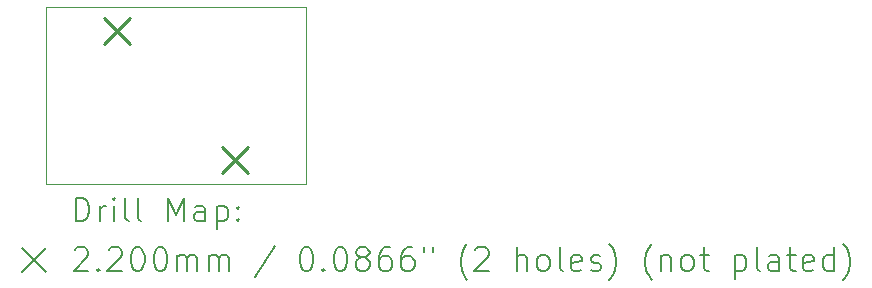
<source format=gbr>
%TF.GenerationSoftware,KiCad,Pcbnew,(6.0.9)*%
%TF.CreationDate,2024-12-23T09:20:38+09:00*%
%TF.ProjectId,Nuvistor,4e757669-7374-46f7-922e-6b696361645f,rev?*%
%TF.SameCoordinates,Original*%
%TF.FileFunction,Drillmap*%
%TF.FilePolarity,Positive*%
%FSLAX45Y45*%
G04 Gerber Fmt 4.5, Leading zero omitted, Abs format (unit mm)*
G04 Created by KiCad (PCBNEW (6.0.9)) date 2024-12-23 09:20:38*
%MOMM*%
%LPD*%
G01*
G04 APERTURE LIST*
%ADD10C,0.100000*%
%ADD11C,0.200000*%
%ADD12C,0.220000*%
G04 APERTURE END LIST*
D10*
X2329000Y-2292450D02*
X4529000Y-2292450D01*
X2329000Y-3792450D02*
X2329000Y-2292450D01*
X4529000Y-2292450D02*
X4529000Y-3792450D01*
X4529000Y-3792450D02*
X2329000Y-3792450D01*
D11*
D12*
X2819000Y-2382450D02*
X3039000Y-2602450D01*
X3039000Y-2382450D02*
X2819000Y-2602450D01*
X3819000Y-3482450D02*
X4039000Y-3702450D01*
X4039000Y-3482450D02*
X3819000Y-3702450D01*
D11*
X2581619Y-4107926D02*
X2581619Y-3907926D01*
X2629238Y-3907926D01*
X2657810Y-3917450D01*
X2676857Y-3936498D01*
X2686381Y-3955545D01*
X2695905Y-3993640D01*
X2695905Y-4022212D01*
X2686381Y-4060307D01*
X2676857Y-4079355D01*
X2657810Y-4098402D01*
X2629238Y-4107926D01*
X2581619Y-4107926D01*
X2781619Y-4107926D02*
X2781619Y-3974593D01*
X2781619Y-4012688D02*
X2791143Y-3993640D01*
X2800667Y-3984117D01*
X2819714Y-3974593D01*
X2838762Y-3974593D01*
X2905428Y-4107926D02*
X2905428Y-3974593D01*
X2905428Y-3907926D02*
X2895905Y-3917450D01*
X2905428Y-3926974D01*
X2914952Y-3917450D01*
X2905428Y-3907926D01*
X2905428Y-3926974D01*
X3029238Y-4107926D02*
X3010190Y-4098402D01*
X3000667Y-4079355D01*
X3000667Y-3907926D01*
X3134000Y-4107926D02*
X3114952Y-4098402D01*
X3105428Y-4079355D01*
X3105428Y-3907926D01*
X3362571Y-4107926D02*
X3362571Y-3907926D01*
X3429238Y-4050783D01*
X3495905Y-3907926D01*
X3495905Y-4107926D01*
X3676857Y-4107926D02*
X3676857Y-4003164D01*
X3667333Y-3984117D01*
X3648286Y-3974593D01*
X3610190Y-3974593D01*
X3591143Y-3984117D01*
X3676857Y-4098402D02*
X3657809Y-4107926D01*
X3610190Y-4107926D01*
X3591143Y-4098402D01*
X3581619Y-4079355D01*
X3581619Y-4060307D01*
X3591143Y-4041259D01*
X3610190Y-4031736D01*
X3657809Y-4031736D01*
X3676857Y-4022212D01*
X3772095Y-3974593D02*
X3772095Y-4174593D01*
X3772095Y-3984117D02*
X3791143Y-3974593D01*
X3829238Y-3974593D01*
X3848286Y-3984117D01*
X3857809Y-3993640D01*
X3867333Y-4012688D01*
X3867333Y-4069831D01*
X3857809Y-4088878D01*
X3848286Y-4098402D01*
X3829238Y-4107926D01*
X3791143Y-4107926D01*
X3772095Y-4098402D01*
X3953048Y-4088878D02*
X3962571Y-4098402D01*
X3953048Y-4107926D01*
X3943524Y-4098402D01*
X3953048Y-4088878D01*
X3953048Y-4107926D01*
X3953048Y-3984117D02*
X3962571Y-3993640D01*
X3953048Y-4003164D01*
X3943524Y-3993640D01*
X3953048Y-3984117D01*
X3953048Y-4003164D01*
X2124000Y-4337450D02*
X2324000Y-4537450D01*
X2324000Y-4337450D02*
X2124000Y-4537450D01*
X2572095Y-4346974D02*
X2581619Y-4337450D01*
X2600667Y-4327926D01*
X2648286Y-4327926D01*
X2667333Y-4337450D01*
X2676857Y-4346974D01*
X2686381Y-4366021D01*
X2686381Y-4385069D01*
X2676857Y-4413640D01*
X2562571Y-4527926D01*
X2686381Y-4527926D01*
X2772095Y-4508879D02*
X2781619Y-4518402D01*
X2772095Y-4527926D01*
X2762571Y-4518402D01*
X2772095Y-4508879D01*
X2772095Y-4527926D01*
X2857809Y-4346974D02*
X2867333Y-4337450D01*
X2886381Y-4327926D01*
X2934000Y-4327926D01*
X2953048Y-4337450D01*
X2962571Y-4346974D01*
X2972095Y-4366021D01*
X2972095Y-4385069D01*
X2962571Y-4413640D01*
X2848286Y-4527926D01*
X2972095Y-4527926D01*
X3095905Y-4327926D02*
X3114952Y-4327926D01*
X3134000Y-4337450D01*
X3143524Y-4346974D01*
X3153048Y-4366021D01*
X3162571Y-4404117D01*
X3162571Y-4451736D01*
X3153048Y-4489831D01*
X3143524Y-4508879D01*
X3134000Y-4518402D01*
X3114952Y-4527926D01*
X3095905Y-4527926D01*
X3076857Y-4518402D01*
X3067333Y-4508879D01*
X3057809Y-4489831D01*
X3048286Y-4451736D01*
X3048286Y-4404117D01*
X3057809Y-4366021D01*
X3067333Y-4346974D01*
X3076857Y-4337450D01*
X3095905Y-4327926D01*
X3286381Y-4327926D02*
X3305428Y-4327926D01*
X3324476Y-4337450D01*
X3334000Y-4346974D01*
X3343524Y-4366021D01*
X3353048Y-4404117D01*
X3353048Y-4451736D01*
X3343524Y-4489831D01*
X3334000Y-4508879D01*
X3324476Y-4518402D01*
X3305428Y-4527926D01*
X3286381Y-4527926D01*
X3267333Y-4518402D01*
X3257809Y-4508879D01*
X3248286Y-4489831D01*
X3238762Y-4451736D01*
X3238762Y-4404117D01*
X3248286Y-4366021D01*
X3257809Y-4346974D01*
X3267333Y-4337450D01*
X3286381Y-4327926D01*
X3438762Y-4527926D02*
X3438762Y-4394593D01*
X3438762Y-4413640D02*
X3448286Y-4404117D01*
X3467333Y-4394593D01*
X3495905Y-4394593D01*
X3514952Y-4404117D01*
X3524476Y-4423164D01*
X3524476Y-4527926D01*
X3524476Y-4423164D02*
X3534000Y-4404117D01*
X3553048Y-4394593D01*
X3581619Y-4394593D01*
X3600667Y-4404117D01*
X3610190Y-4423164D01*
X3610190Y-4527926D01*
X3705428Y-4527926D02*
X3705428Y-4394593D01*
X3705428Y-4413640D02*
X3714952Y-4404117D01*
X3734000Y-4394593D01*
X3762571Y-4394593D01*
X3781619Y-4404117D01*
X3791143Y-4423164D01*
X3791143Y-4527926D01*
X3791143Y-4423164D02*
X3800667Y-4404117D01*
X3819714Y-4394593D01*
X3848286Y-4394593D01*
X3867333Y-4404117D01*
X3876857Y-4423164D01*
X3876857Y-4527926D01*
X4267333Y-4318402D02*
X4095905Y-4575545D01*
X4524476Y-4327926D02*
X4543524Y-4327926D01*
X4562571Y-4337450D01*
X4572095Y-4346974D01*
X4581619Y-4366021D01*
X4591143Y-4404117D01*
X4591143Y-4451736D01*
X4581619Y-4489831D01*
X4572095Y-4508879D01*
X4562571Y-4518402D01*
X4543524Y-4527926D01*
X4524476Y-4527926D01*
X4505429Y-4518402D01*
X4495905Y-4508879D01*
X4486381Y-4489831D01*
X4476857Y-4451736D01*
X4476857Y-4404117D01*
X4486381Y-4366021D01*
X4495905Y-4346974D01*
X4505429Y-4337450D01*
X4524476Y-4327926D01*
X4676857Y-4508879D02*
X4686381Y-4518402D01*
X4676857Y-4527926D01*
X4667333Y-4518402D01*
X4676857Y-4508879D01*
X4676857Y-4527926D01*
X4810190Y-4327926D02*
X4829238Y-4327926D01*
X4848286Y-4337450D01*
X4857810Y-4346974D01*
X4867333Y-4366021D01*
X4876857Y-4404117D01*
X4876857Y-4451736D01*
X4867333Y-4489831D01*
X4857810Y-4508879D01*
X4848286Y-4518402D01*
X4829238Y-4527926D01*
X4810190Y-4527926D01*
X4791143Y-4518402D01*
X4781619Y-4508879D01*
X4772095Y-4489831D01*
X4762571Y-4451736D01*
X4762571Y-4404117D01*
X4772095Y-4366021D01*
X4781619Y-4346974D01*
X4791143Y-4337450D01*
X4810190Y-4327926D01*
X4991143Y-4413640D02*
X4972095Y-4404117D01*
X4962571Y-4394593D01*
X4953048Y-4375545D01*
X4953048Y-4366021D01*
X4962571Y-4346974D01*
X4972095Y-4337450D01*
X4991143Y-4327926D01*
X5029238Y-4327926D01*
X5048286Y-4337450D01*
X5057810Y-4346974D01*
X5067333Y-4366021D01*
X5067333Y-4375545D01*
X5057810Y-4394593D01*
X5048286Y-4404117D01*
X5029238Y-4413640D01*
X4991143Y-4413640D01*
X4972095Y-4423164D01*
X4962571Y-4432688D01*
X4953048Y-4451736D01*
X4953048Y-4489831D01*
X4962571Y-4508879D01*
X4972095Y-4518402D01*
X4991143Y-4527926D01*
X5029238Y-4527926D01*
X5048286Y-4518402D01*
X5057810Y-4508879D01*
X5067333Y-4489831D01*
X5067333Y-4451736D01*
X5057810Y-4432688D01*
X5048286Y-4423164D01*
X5029238Y-4413640D01*
X5238762Y-4327926D02*
X5200667Y-4327926D01*
X5181619Y-4337450D01*
X5172095Y-4346974D01*
X5153048Y-4375545D01*
X5143524Y-4413640D01*
X5143524Y-4489831D01*
X5153048Y-4508879D01*
X5162571Y-4518402D01*
X5181619Y-4527926D01*
X5219714Y-4527926D01*
X5238762Y-4518402D01*
X5248286Y-4508879D01*
X5257810Y-4489831D01*
X5257810Y-4442212D01*
X5248286Y-4423164D01*
X5238762Y-4413640D01*
X5219714Y-4404117D01*
X5181619Y-4404117D01*
X5162571Y-4413640D01*
X5153048Y-4423164D01*
X5143524Y-4442212D01*
X5429238Y-4327926D02*
X5391143Y-4327926D01*
X5372095Y-4337450D01*
X5362571Y-4346974D01*
X5343524Y-4375545D01*
X5334000Y-4413640D01*
X5334000Y-4489831D01*
X5343524Y-4508879D01*
X5353048Y-4518402D01*
X5372095Y-4527926D01*
X5410190Y-4527926D01*
X5429238Y-4518402D01*
X5438762Y-4508879D01*
X5448286Y-4489831D01*
X5448286Y-4442212D01*
X5438762Y-4423164D01*
X5429238Y-4413640D01*
X5410190Y-4404117D01*
X5372095Y-4404117D01*
X5353048Y-4413640D01*
X5343524Y-4423164D01*
X5334000Y-4442212D01*
X5524476Y-4327926D02*
X5524476Y-4366021D01*
X5600667Y-4327926D02*
X5600667Y-4366021D01*
X5895905Y-4604117D02*
X5886381Y-4594593D01*
X5867333Y-4566021D01*
X5857809Y-4546974D01*
X5848286Y-4518402D01*
X5838762Y-4470783D01*
X5838762Y-4432688D01*
X5848286Y-4385069D01*
X5857809Y-4356498D01*
X5867333Y-4337450D01*
X5886381Y-4308879D01*
X5895905Y-4299355D01*
X5962571Y-4346974D02*
X5972095Y-4337450D01*
X5991143Y-4327926D01*
X6038762Y-4327926D01*
X6057809Y-4337450D01*
X6067333Y-4346974D01*
X6076857Y-4366021D01*
X6076857Y-4385069D01*
X6067333Y-4413640D01*
X5953048Y-4527926D01*
X6076857Y-4527926D01*
X6314952Y-4527926D02*
X6314952Y-4327926D01*
X6400667Y-4527926D02*
X6400667Y-4423164D01*
X6391143Y-4404117D01*
X6372095Y-4394593D01*
X6343524Y-4394593D01*
X6324476Y-4404117D01*
X6314952Y-4413640D01*
X6524476Y-4527926D02*
X6505428Y-4518402D01*
X6495905Y-4508879D01*
X6486381Y-4489831D01*
X6486381Y-4432688D01*
X6495905Y-4413640D01*
X6505428Y-4404117D01*
X6524476Y-4394593D01*
X6553048Y-4394593D01*
X6572095Y-4404117D01*
X6581619Y-4413640D01*
X6591143Y-4432688D01*
X6591143Y-4489831D01*
X6581619Y-4508879D01*
X6572095Y-4518402D01*
X6553048Y-4527926D01*
X6524476Y-4527926D01*
X6705428Y-4527926D02*
X6686381Y-4518402D01*
X6676857Y-4499355D01*
X6676857Y-4327926D01*
X6857809Y-4518402D02*
X6838762Y-4527926D01*
X6800667Y-4527926D01*
X6781619Y-4518402D01*
X6772095Y-4499355D01*
X6772095Y-4423164D01*
X6781619Y-4404117D01*
X6800667Y-4394593D01*
X6838762Y-4394593D01*
X6857809Y-4404117D01*
X6867333Y-4423164D01*
X6867333Y-4442212D01*
X6772095Y-4461260D01*
X6943524Y-4518402D02*
X6962571Y-4527926D01*
X7000667Y-4527926D01*
X7019714Y-4518402D01*
X7029238Y-4499355D01*
X7029238Y-4489831D01*
X7019714Y-4470783D01*
X7000667Y-4461260D01*
X6972095Y-4461260D01*
X6953048Y-4451736D01*
X6943524Y-4432688D01*
X6943524Y-4423164D01*
X6953048Y-4404117D01*
X6972095Y-4394593D01*
X7000667Y-4394593D01*
X7019714Y-4404117D01*
X7095905Y-4604117D02*
X7105428Y-4594593D01*
X7124476Y-4566021D01*
X7134000Y-4546974D01*
X7143524Y-4518402D01*
X7153048Y-4470783D01*
X7153048Y-4432688D01*
X7143524Y-4385069D01*
X7134000Y-4356498D01*
X7124476Y-4337450D01*
X7105428Y-4308879D01*
X7095905Y-4299355D01*
X7457809Y-4604117D02*
X7448286Y-4594593D01*
X7429238Y-4566021D01*
X7419714Y-4546974D01*
X7410190Y-4518402D01*
X7400667Y-4470783D01*
X7400667Y-4432688D01*
X7410190Y-4385069D01*
X7419714Y-4356498D01*
X7429238Y-4337450D01*
X7448286Y-4308879D01*
X7457809Y-4299355D01*
X7534000Y-4394593D02*
X7534000Y-4527926D01*
X7534000Y-4413640D02*
X7543524Y-4404117D01*
X7562571Y-4394593D01*
X7591143Y-4394593D01*
X7610190Y-4404117D01*
X7619714Y-4423164D01*
X7619714Y-4527926D01*
X7743524Y-4527926D02*
X7724476Y-4518402D01*
X7714952Y-4508879D01*
X7705428Y-4489831D01*
X7705428Y-4432688D01*
X7714952Y-4413640D01*
X7724476Y-4404117D01*
X7743524Y-4394593D01*
X7772095Y-4394593D01*
X7791143Y-4404117D01*
X7800667Y-4413640D01*
X7810190Y-4432688D01*
X7810190Y-4489831D01*
X7800667Y-4508879D01*
X7791143Y-4518402D01*
X7772095Y-4527926D01*
X7743524Y-4527926D01*
X7867333Y-4394593D02*
X7943524Y-4394593D01*
X7895905Y-4327926D02*
X7895905Y-4499355D01*
X7905428Y-4518402D01*
X7924476Y-4527926D01*
X7943524Y-4527926D01*
X8162571Y-4394593D02*
X8162571Y-4594593D01*
X8162571Y-4404117D02*
X8181619Y-4394593D01*
X8219714Y-4394593D01*
X8238762Y-4404117D01*
X8248286Y-4413640D01*
X8257809Y-4432688D01*
X8257809Y-4489831D01*
X8248286Y-4508879D01*
X8238762Y-4518402D01*
X8219714Y-4527926D01*
X8181619Y-4527926D01*
X8162571Y-4518402D01*
X8372095Y-4527926D02*
X8353048Y-4518402D01*
X8343524Y-4499355D01*
X8343524Y-4327926D01*
X8534000Y-4527926D02*
X8534000Y-4423164D01*
X8524476Y-4404117D01*
X8505429Y-4394593D01*
X8467333Y-4394593D01*
X8448286Y-4404117D01*
X8534000Y-4518402D02*
X8514952Y-4527926D01*
X8467333Y-4527926D01*
X8448286Y-4518402D01*
X8438762Y-4499355D01*
X8438762Y-4480307D01*
X8448286Y-4461260D01*
X8467333Y-4451736D01*
X8514952Y-4451736D01*
X8534000Y-4442212D01*
X8600667Y-4394593D02*
X8676857Y-4394593D01*
X8629238Y-4327926D02*
X8629238Y-4499355D01*
X8638762Y-4518402D01*
X8657810Y-4527926D01*
X8676857Y-4527926D01*
X8819714Y-4518402D02*
X8800667Y-4527926D01*
X8762571Y-4527926D01*
X8743524Y-4518402D01*
X8734000Y-4499355D01*
X8734000Y-4423164D01*
X8743524Y-4404117D01*
X8762571Y-4394593D01*
X8800667Y-4394593D01*
X8819714Y-4404117D01*
X8829238Y-4423164D01*
X8829238Y-4442212D01*
X8734000Y-4461260D01*
X9000667Y-4527926D02*
X9000667Y-4327926D01*
X9000667Y-4518402D02*
X8981619Y-4527926D01*
X8943524Y-4527926D01*
X8924476Y-4518402D01*
X8914952Y-4508879D01*
X8905429Y-4489831D01*
X8905429Y-4432688D01*
X8914952Y-4413640D01*
X8924476Y-4404117D01*
X8943524Y-4394593D01*
X8981619Y-4394593D01*
X9000667Y-4404117D01*
X9076857Y-4604117D02*
X9086381Y-4594593D01*
X9105429Y-4566021D01*
X9114952Y-4546974D01*
X9124476Y-4518402D01*
X9134000Y-4470783D01*
X9134000Y-4432688D01*
X9124476Y-4385069D01*
X9114952Y-4356498D01*
X9105429Y-4337450D01*
X9086381Y-4308879D01*
X9076857Y-4299355D01*
M02*

</source>
